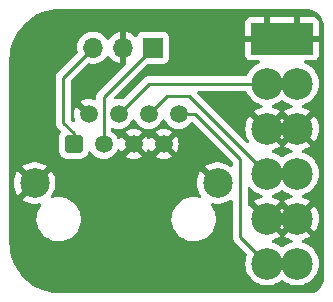
<source format=gbr>
%TF.GenerationSoftware,KiCad,Pcbnew,7.0.5-0*%
%TF.CreationDate,2023-10-13T18:20:27+02:00*%
%TF.ProjectId,rj45-stepper-adapter,726a3435-2d73-4746-9570-7065722d6164,rev?*%
%TF.SameCoordinates,Original*%
%TF.FileFunction,Copper,L1,Top*%
%TF.FilePolarity,Positive*%
%FSLAX46Y46*%
G04 Gerber Fmt 4.6, Leading zero omitted, Abs format (unit mm)*
G04 Created by KiCad (PCBNEW 7.0.5-0) date 2023-10-13 18:20:27*
%MOMM*%
%LPD*%
G01*
G04 APERTURE LIST*
G04 Aperture macros list*
%AMRoundRect*
0 Rectangle with rounded corners*
0 $1 Rounding radius*
0 $2 $3 $4 $5 $6 $7 $8 $9 X,Y pos of 4 corners*
0 Add a 4 corners polygon primitive as box body*
4,1,4,$2,$3,$4,$5,$6,$7,$8,$9,$2,$3,0*
0 Add four circle primitives for the rounded corners*
1,1,$1+$1,$2,$3*
1,1,$1+$1,$4,$5*
1,1,$1+$1,$6,$7*
1,1,$1+$1,$8,$9*
0 Add four rect primitives between the rounded corners*
20,1,$1+$1,$2,$3,$4,$5,0*
20,1,$1+$1,$4,$5,$6,$7,0*
20,1,$1+$1,$6,$7,$8,$9,0*
20,1,$1+$1,$8,$9,$2,$3,0*%
G04 Aperture macros list end*
%TA.AperFunction,ComponentPad*%
%ADD10R,1.700000X1.700000*%
%TD*%
%TA.AperFunction,ComponentPad*%
%ADD11O,1.700000X1.700000*%
%TD*%
%TA.AperFunction,ComponentPad*%
%ADD12RoundRect,0.250500X-0.499500X-0.499500X0.499500X-0.499500X0.499500X0.499500X-0.499500X0.499500X0*%
%TD*%
%TA.AperFunction,ComponentPad*%
%ADD13C,1.500000*%
%TD*%
%TA.AperFunction,ComponentPad*%
%ADD14C,2.500000*%
%TD*%
%TA.AperFunction,ComponentPad*%
%ADD15R,2.670000X2.670000*%
%TD*%
%TA.AperFunction,ComponentPad*%
%ADD16C,2.670000*%
%TD*%
%TA.AperFunction,Conductor*%
%ADD17C,0.250000*%
%TD*%
G04 APERTURE END LIST*
D10*
%TO.P,J2,1,Pin_1*%
%TO.N,/VCC 3.3V*%
X152908000Y-98552000D03*
D11*
%TO.P,J2,2,Pin_2*%
%TO.N,GND*%
X150368000Y-98552000D03*
%TO.P,J2,3,Pin_3*%
%TO.N,/SIG*%
X147828000Y-98552000D03*
%TD*%
D12*
%TO.P,J3,1*%
%TO.N,/SIG*%
X146182000Y-106711500D03*
D13*
%TO.P,J3,2*%
%TO.N,GND*%
X147442000Y-104171500D03*
%TO.P,J3,3*%
%TO.N,/VCC 3.3V*%
X148722000Y-106711500D03*
%TO.P,J3,4*%
%TO.N,/ENA+*%
X149982000Y-104171500D03*
%TO.P,J3,5*%
%TO.N,GND*%
X151262000Y-106711500D03*
%TO.P,J3,6*%
%TO.N,/DIR+*%
X152522000Y-104171500D03*
%TO.P,J3,7*%
%TO.N,GND*%
X153802000Y-106711500D03*
%TO.P,J3,8*%
%TO.N,/PUL+*%
X155062000Y-104171500D03*
D14*
%TO.P,J3,SH*%
%TO.N,GND*%
X142877000Y-110021500D03*
X158367000Y-110021500D03*
%TD*%
D15*
%TO.P,J6,1,Pin_1*%
%TO.N,GND*%
X165100000Y-97790000D03*
X162560000Y-97790000D03*
D16*
%TO.P,J6,2,Pin_2*%
%TO.N,/ENA+*%
X165100000Y-101600000D03*
X162560000Y-101600000D03*
%TO.P,J6,3,Pin_3*%
%TO.N,GND*%
X165100000Y-105410000D03*
X162560000Y-105410000D03*
%TO.P,J6,4,Pin_4*%
%TO.N,/DIR+*%
X165100000Y-109220000D03*
X162560000Y-109220000D03*
%TO.P,J6,5,Pin_5*%
%TO.N,GND*%
X165100000Y-113030000D03*
X162560000Y-113030000D03*
%TO.P,J6,6,Pin_6*%
%TO.N,/PUL+*%
X165100000Y-116840000D03*
X162560000Y-116840000D03*
%TD*%
D17*
%TO.N,/DIR+*%
X155956000Y-102616000D02*
X154077500Y-102616000D01*
X162560000Y-109220000D02*
X155956000Y-102616000D01*
X154077500Y-102616000D02*
X152522000Y-104171500D01*
%TO.N,/VCC 3.3V*%
X148722000Y-102738000D02*
X148722000Y-106711500D01*
X152908000Y-98552000D02*
X148722000Y-102738000D01*
%TO.N,/SIG*%
X145288000Y-104902000D02*
X146182000Y-105796000D01*
X147828000Y-98552000D02*
X145288000Y-101092000D01*
X145288000Y-101092000D02*
X145288000Y-104902000D01*
X146182000Y-105796000D02*
X146182000Y-106711500D01*
%TO.N,/PUL+*%
X162560000Y-116441887D02*
X162560000Y-116840000D01*
X160274000Y-114554000D02*
X162560000Y-116840000D01*
X155062000Y-104171500D02*
X156432500Y-104171500D01*
X156464000Y-104140000D02*
X160274000Y-107950000D01*
X156432500Y-104171500D02*
X156464000Y-104140000D01*
X160274000Y-107950000D02*
X160274000Y-114554000D01*
%TO.N,/ENA+*%
X149982000Y-104171500D02*
X152553500Y-101600000D01*
X152553500Y-101600000D02*
X162560000Y-101600000D01*
%TD*%
%TA.AperFunction,Conductor*%
%TO.N,GND*%
G36*
X164575901Y-113332588D02*
G01*
X164672075Y-113457925D01*
X164797412Y-113554099D01*
X164894779Y-113594429D01*
X163988828Y-114500379D01*
X163988829Y-114500380D01*
X164101050Y-114584388D01*
X164332435Y-114710734D01*
X164332434Y-114710734D01*
X164579447Y-114802864D01*
X164619712Y-114811624D01*
X164682025Y-114845649D01*
X164716050Y-114907961D01*
X164710985Y-114978777D01*
X164668438Y-115035612D01*
X164619713Y-115057864D01*
X164579306Y-115066654D01*
X164579302Y-115066655D01*
X164579299Y-115066656D01*
X164442438Y-115117702D01*
X164332222Y-115158811D01*
X164100790Y-115285183D01*
X164100784Y-115285187D01*
X164100783Y-115285188D01*
X163905507Y-115431368D01*
X163838988Y-115456178D01*
X163769614Y-115441086D01*
X163754494Y-115431370D01*
X163559217Y-115285188D01*
X163559212Y-115285185D01*
X163559209Y-115285183D01*
X163327777Y-115158811D01*
X163204237Y-115112732D01*
X163080701Y-115066656D01*
X163080700Y-115066655D01*
X163080698Y-115066655D01*
X163063644Y-115062945D01*
X163040285Y-115057864D01*
X162977975Y-115023840D01*
X162943950Y-114961527D01*
X162949014Y-114890712D01*
X162991561Y-114833876D01*
X163040287Y-114811623D01*
X163080559Y-114802862D01*
X163327565Y-114710734D01*
X163558945Y-114584391D01*
X163671169Y-114500379D01*
X163671170Y-114500379D01*
X162765220Y-113594429D01*
X162862588Y-113554099D01*
X162987925Y-113457925D01*
X163084099Y-113332589D01*
X163124429Y-113235220D01*
X163829998Y-113940789D01*
X163830000Y-113940789D01*
X164535569Y-113235219D01*
X164575901Y-113332588D01*
G37*
%TD.AperFunction*%
%TA.AperFunction,Conductor*%
G36*
X161116012Y-110372067D02*
G01*
X161134369Y-110391783D01*
X161163216Y-110430320D01*
X161349673Y-110616777D01*
X161349682Y-110616785D01*
X161455830Y-110696245D01*
X161560783Y-110774812D01*
X161792226Y-110901190D01*
X162039299Y-110993344D01*
X162079712Y-111002135D01*
X162142023Y-111036158D01*
X162176049Y-111098470D01*
X162170985Y-111169285D01*
X162128440Y-111226122D01*
X162079715Y-111248375D01*
X162039443Y-111257136D01*
X161792434Y-111349265D01*
X161561055Y-111475608D01*
X161448829Y-111559618D01*
X161448828Y-111559619D01*
X162354779Y-112465570D01*
X162257412Y-112505901D01*
X162132075Y-112602075D01*
X162035901Y-112727411D01*
X161995570Y-112824779D01*
X161089619Y-111918828D01*
X161042488Y-111922199D01*
X160973114Y-111907107D01*
X160922912Y-111856904D01*
X160907500Y-111796520D01*
X160907500Y-110467291D01*
X160927502Y-110399170D01*
X160981158Y-110352677D01*
X161051432Y-110342573D01*
X161116012Y-110372067D01*
G37*
%TD.AperFunction*%
%TA.AperFunction,Conductor*%
G36*
X163890386Y-110618913D02*
G01*
X163905505Y-110628629D01*
X164100783Y-110774812D01*
X164332226Y-110901190D01*
X164579299Y-110993344D01*
X164619712Y-111002135D01*
X164682023Y-111036158D01*
X164716049Y-111098470D01*
X164710985Y-111169285D01*
X164668440Y-111226122D01*
X164619715Y-111248375D01*
X164579443Y-111257136D01*
X164332434Y-111349265D01*
X164101055Y-111475608D01*
X163988829Y-111559618D01*
X163988828Y-111559619D01*
X164894779Y-112465570D01*
X164797412Y-112505901D01*
X164672075Y-112602075D01*
X164575901Y-112727411D01*
X164535570Y-112824778D01*
X163830001Y-112119209D01*
X163829999Y-112119209D01*
X163124429Y-112824778D01*
X163084099Y-112727412D01*
X162987925Y-112602075D01*
X162862588Y-112505901D01*
X162765219Y-112465570D01*
X163671170Y-111559619D01*
X163671169Y-111559618D01*
X163558949Y-111475611D01*
X163327564Y-111349265D01*
X163327565Y-111349265D01*
X163080554Y-111257135D01*
X163040285Y-111248375D01*
X162977973Y-111214349D01*
X162943949Y-111152036D01*
X162949015Y-111081220D01*
X162991563Y-111024385D01*
X163040284Y-111002135D01*
X163080701Y-110993344D01*
X163327774Y-110901190D01*
X163559217Y-110774812D01*
X163754492Y-110628631D01*
X163821011Y-110603821D01*
X163890386Y-110618913D01*
G37*
%TD.AperFunction*%
%TA.AperFunction,Conductor*%
G36*
X164575901Y-105712588D02*
G01*
X164672075Y-105837925D01*
X164797412Y-105934099D01*
X164894779Y-105974429D01*
X163988828Y-106880379D01*
X163988829Y-106880380D01*
X164101050Y-106964388D01*
X164332435Y-107090734D01*
X164332434Y-107090734D01*
X164579447Y-107182864D01*
X164619712Y-107191624D01*
X164682025Y-107225649D01*
X164716050Y-107287961D01*
X164710985Y-107358777D01*
X164668438Y-107415612D01*
X164619713Y-107437864D01*
X164579306Y-107446654D01*
X164579302Y-107446655D01*
X164579299Y-107446656D01*
X164442438Y-107497702D01*
X164332222Y-107538811D01*
X164100790Y-107665183D01*
X164100784Y-107665187D01*
X164100783Y-107665188D01*
X163905507Y-107811368D01*
X163838988Y-107836178D01*
X163769614Y-107821086D01*
X163754494Y-107811370D01*
X163559217Y-107665188D01*
X163559212Y-107665185D01*
X163559209Y-107665183D01*
X163327777Y-107538811D01*
X163204237Y-107492732D01*
X163080701Y-107446656D01*
X163080700Y-107446655D01*
X163080698Y-107446655D01*
X163063644Y-107442945D01*
X163040285Y-107437864D01*
X162977975Y-107403840D01*
X162943950Y-107341527D01*
X162949014Y-107270712D01*
X162991561Y-107213876D01*
X163040287Y-107191623D01*
X163080559Y-107182862D01*
X163327565Y-107090734D01*
X163558945Y-106964391D01*
X163671169Y-106880379D01*
X163671170Y-106880379D01*
X162765220Y-105974429D01*
X162862588Y-105934099D01*
X162987925Y-105837925D01*
X163084099Y-105712589D01*
X163124429Y-105615220D01*
X163829999Y-106320790D01*
X163830001Y-106320790D01*
X164535570Y-105615220D01*
X164575901Y-105712588D01*
G37*
%TD.AperFunction*%
%TA.AperFunction,Conductor*%
G36*
X160809366Y-102253502D02*
G01*
X160855859Y-102307158D01*
X160859294Y-102315451D01*
X160864079Y-102328279D01*
X160878811Y-102367777D01*
X161005186Y-102599214D01*
X161163214Y-102810317D01*
X161163222Y-102810326D01*
X161349673Y-102996777D01*
X161349682Y-102996785D01*
X161454221Y-103075041D01*
X161560783Y-103154812D01*
X161792226Y-103281190D01*
X162039299Y-103373344D01*
X162079712Y-103382135D01*
X162142023Y-103416158D01*
X162176049Y-103478470D01*
X162170985Y-103549285D01*
X162128440Y-103606122D01*
X162079715Y-103628375D01*
X162039443Y-103637136D01*
X161792434Y-103729265D01*
X161561055Y-103855608D01*
X161448829Y-103939618D01*
X161448828Y-103939619D01*
X162354779Y-104845570D01*
X162257412Y-104885901D01*
X162132075Y-104982075D01*
X162035901Y-105107411D01*
X161995570Y-105204779D01*
X161089619Y-104298828D01*
X161089618Y-104298829D01*
X161005608Y-104411055D01*
X160879265Y-104642434D01*
X160787137Y-104889440D01*
X160731098Y-105147047D01*
X160712292Y-105410000D01*
X160731098Y-105672952D01*
X160787137Y-105930559D01*
X160879265Y-106177565D01*
X161005608Y-106408944D01*
X161024044Y-106433572D01*
X161048854Y-106500092D01*
X161033762Y-106569466D01*
X160983560Y-106619668D01*
X160914186Y-106634759D01*
X160847666Y-106609948D01*
X160834080Y-106598175D01*
X156684500Y-102448595D01*
X156650474Y-102386283D01*
X156655539Y-102315468D01*
X156698086Y-102258632D01*
X156764606Y-102233821D01*
X156773595Y-102233500D01*
X160741245Y-102233500D01*
X160809366Y-102253502D01*
G37*
%TD.AperFunction*%
%TA.AperFunction,Conductor*%
G36*
X163890386Y-102998913D02*
G01*
X163905505Y-103008629D01*
X164100783Y-103154812D01*
X164332226Y-103281190D01*
X164579299Y-103373344D01*
X164619712Y-103382135D01*
X164682023Y-103416158D01*
X164716049Y-103478470D01*
X164710985Y-103549285D01*
X164668440Y-103606122D01*
X164619715Y-103628375D01*
X164579443Y-103637136D01*
X164332434Y-103729265D01*
X164101055Y-103855608D01*
X163988829Y-103939618D01*
X163988828Y-103939619D01*
X164894779Y-104845570D01*
X164797412Y-104885901D01*
X164672075Y-104982075D01*
X164575901Y-105107411D01*
X164535570Y-105204779D01*
X163830001Y-104499210D01*
X163829999Y-104499210D01*
X163124429Y-105204778D01*
X163084099Y-105107412D01*
X162987925Y-104982075D01*
X162862588Y-104885901D01*
X162765220Y-104845570D01*
X163671170Y-103939619D01*
X163671169Y-103939618D01*
X163558949Y-103855611D01*
X163327564Y-103729265D01*
X163327565Y-103729265D01*
X163080554Y-103637135D01*
X163040285Y-103628375D01*
X162977973Y-103594349D01*
X162943949Y-103532036D01*
X162949015Y-103461220D01*
X162991563Y-103404385D01*
X163040284Y-103382135D01*
X163080701Y-103373344D01*
X163327774Y-103281190D01*
X163559217Y-103154812D01*
X163754492Y-103008631D01*
X163821011Y-102983821D01*
X163890386Y-102998913D01*
G37*
%TD.AperFunction*%
%TA.AperFunction,Conductor*%
G36*
X150622000Y-99889904D02*
G01*
X150601998Y-99958025D01*
X150585095Y-99978999D01*
X148333336Y-102230757D01*
X148320901Y-102240721D01*
X148321089Y-102240948D01*
X148314979Y-102246002D01*
X148267694Y-102296355D01*
X148266319Y-102297774D01*
X148245863Y-102318231D01*
X148241560Y-102323777D01*
X148237714Y-102328279D01*
X148205417Y-102362674D01*
X148205411Y-102362683D01*
X148195651Y-102380435D01*
X148184803Y-102396950D01*
X148172386Y-102412958D01*
X148153645Y-102456264D01*
X148151034Y-102461594D01*
X148128305Y-102502939D01*
X148128303Y-102502944D01*
X148123267Y-102522559D01*
X148116864Y-102541262D01*
X148108819Y-102559852D01*
X148101437Y-102606456D01*
X148100233Y-102612268D01*
X148088500Y-102657968D01*
X148088500Y-102678223D01*
X148086949Y-102697933D01*
X148083780Y-102717942D01*
X148083780Y-102717943D01*
X148088220Y-102764917D01*
X148088500Y-102770850D01*
X148088500Y-102887137D01*
X148068498Y-102955258D01*
X148014842Y-103001751D01*
X147944568Y-103011855D01*
X147909252Y-103001332D01*
X147873917Y-102984856D01*
X147873903Y-102984850D01*
X147661287Y-102927880D01*
X147441999Y-102908695D01*
X147222712Y-102927880D01*
X147010096Y-102984850D01*
X147010092Y-102984852D01*
X146810598Y-103077878D01*
X146750011Y-103120301D01*
X147358685Y-103728974D01*
X147307862Y-103736635D01*
X147185643Y-103795493D01*
X147086202Y-103887760D01*
X147018375Y-104005240D01*
X146999449Y-104088159D01*
X146390801Y-103479511D01*
X146348378Y-103540098D01*
X146255352Y-103739592D01*
X146255350Y-103739596D01*
X146198380Y-103952212D01*
X146179195Y-104171500D01*
X146198380Y-104390787D01*
X146255350Y-104603403D01*
X146255352Y-104603407D01*
X146276675Y-104649134D01*
X146287336Y-104719325D01*
X146258356Y-104784138D01*
X146198937Y-104822995D01*
X146127942Y-104823558D01*
X146073385Y-104791479D01*
X145958405Y-104676499D01*
X145924379Y-104614187D01*
X145921500Y-104587404D01*
X145921500Y-101406592D01*
X145941502Y-101338471D01*
X145958400Y-101317502D01*
X147370205Y-99905697D01*
X147432515Y-99871673D01*
X147488218Y-99872616D01*
X147488224Y-99872586D01*
X147488430Y-99872620D01*
X147490236Y-99872651D01*
X147493356Y-99873441D01*
X147493365Y-99873444D01*
X147715431Y-99910500D01*
X147715435Y-99910500D01*
X147940565Y-99910500D01*
X147940569Y-99910500D01*
X148162635Y-99873444D01*
X148375574Y-99800342D01*
X148573576Y-99693189D01*
X148751240Y-99554906D01*
X148903722Y-99389268D01*
X148992816Y-99252898D01*
X149046819Y-99206810D01*
X149117167Y-99197235D01*
X149181524Y-99227212D01*
X149203782Y-99252898D01*
X149292674Y-99388958D01*
X149445097Y-99554534D01*
X149622698Y-99692767D01*
X149622699Y-99692768D01*
X149820628Y-99799882D01*
X149820630Y-99799883D01*
X150033483Y-99872955D01*
X150033492Y-99872957D01*
X150114000Y-99886391D01*
X150114000Y-98985674D01*
X150225685Y-99036680D01*
X150332237Y-99052000D01*
X150403763Y-99052000D01*
X150510315Y-99036680D01*
X150622000Y-98985674D01*
X150622000Y-99889904D01*
G37*
%TD.AperFunction*%
%TA.AperFunction,Conductor*%
G36*
X164515444Y-97633369D02*
G01*
X164494823Y-97790000D01*
X164515444Y-97946631D01*
X164555775Y-98044000D01*
X163104225Y-98044000D01*
X163144556Y-97946631D01*
X163165177Y-97790000D01*
X163144556Y-97633369D01*
X163104225Y-97536000D01*
X164555775Y-97536000D01*
X164515444Y-97633369D01*
G37*
%TD.AperFunction*%
%TA.AperFunction,Conductor*%
G36*
X165864244Y-95275661D02*
G01*
X165942672Y-95281269D01*
X166066276Y-95290110D01*
X166084050Y-95292665D01*
X166275382Y-95334287D01*
X166292610Y-95339346D01*
X166476060Y-95407768D01*
X166492407Y-95415234D01*
X166664244Y-95509065D01*
X166679361Y-95518780D01*
X166836097Y-95636110D01*
X166849683Y-95647883D01*
X166988116Y-95786316D01*
X166999889Y-95799902D01*
X167117217Y-95956635D01*
X167126936Y-95971758D01*
X167220763Y-96143588D01*
X167228232Y-96159942D01*
X167296650Y-96343378D01*
X167301714Y-96360626D01*
X167309367Y-96395804D01*
X167343332Y-96551938D01*
X167345890Y-96569732D01*
X167360339Y-96771755D01*
X167360500Y-96776251D01*
X167360500Y-118107518D01*
X167360306Y-118112463D01*
X167345955Y-118294798D01*
X167342862Y-118314325D01*
X167301904Y-118484930D01*
X167295794Y-118503734D01*
X167228653Y-118665827D01*
X167219677Y-118683444D01*
X167128002Y-118833044D01*
X167116380Y-118849040D01*
X167002433Y-118982453D01*
X166988453Y-118996433D01*
X166855040Y-119110380D01*
X166839044Y-119122002D01*
X166689444Y-119213677D01*
X166671827Y-119222653D01*
X166509734Y-119289794D01*
X166490930Y-119295904D01*
X166320325Y-119336862D01*
X166300798Y-119339955D01*
X166118464Y-119354306D01*
X166113519Y-119354500D01*
X145035466Y-119354500D01*
X145032555Y-119354433D01*
X144640848Y-119336322D01*
X144635051Y-119335785D01*
X144280589Y-119286340D01*
X144248133Y-119281813D01*
X144242421Y-119280745D01*
X143862138Y-119191304D01*
X143856538Y-119189710D01*
X143486134Y-119065563D01*
X143480705Y-119063460D01*
X143123330Y-118905663D01*
X143118123Y-118903070D01*
X142776839Y-118712976D01*
X142771891Y-118709913D01*
X142622092Y-118607299D01*
X142449581Y-118489126D01*
X142444955Y-118485632D01*
X142238657Y-118314325D01*
X142144396Y-118236051D01*
X142140104Y-118232139D01*
X141863859Y-117955894D01*
X141859948Y-117951603D01*
X141733663Y-117799524D01*
X141610364Y-117651041D01*
X141606876Y-117646422D01*
X141433255Y-117392967D01*
X141386086Y-117324108D01*
X141383026Y-117319166D01*
X141192924Y-116977867D01*
X141190336Y-116972669D01*
X141131756Y-116839999D01*
X141032537Y-116615288D01*
X141030436Y-116609865D01*
X141019412Y-116576975D01*
X140906288Y-116239459D01*
X140904699Y-116233876D01*
X140815250Y-115853561D01*
X140814188Y-115847883D01*
X140760214Y-115460948D01*
X140759677Y-115455151D01*
X140741567Y-115063444D01*
X140741500Y-115060534D01*
X140741500Y-110021500D01*
X141114070Y-110021500D01*
X141133760Y-110284254D01*
X141192392Y-110541134D01*
X141192393Y-110541136D01*
X141288651Y-110786400D01*
X141288653Y-110786404D01*
X141420397Y-111014592D01*
X141420400Y-111014597D01*
X141466670Y-111072617D01*
X141466672Y-111072617D01*
X142147275Y-110392013D01*
X142235775Y-110532860D01*
X142365640Y-110662725D01*
X142506485Y-110751223D01*
X141825438Y-111432270D01*
X141995532Y-111548239D01*
X141995532Y-111548240D01*
X142232923Y-111662562D01*
X142484704Y-111740228D01*
X142484712Y-111740229D01*
X142745260Y-111779500D01*
X143008740Y-111779500D01*
X143269287Y-111740229D01*
X143269293Y-111740228D01*
X143276828Y-111737904D01*
X143347818Y-111736934D01*
X143408063Y-111774499D01*
X143438435Y-111838671D01*
X143429292Y-111909076D01*
X143416449Y-111931618D01*
X143301807Y-112091858D01*
X143301803Y-112091864D01*
X143176270Y-112336024D01*
X143087631Y-112595848D01*
X143087628Y-112595861D01*
X143037764Y-112865817D01*
X143037763Y-112865828D01*
X143027738Y-113140180D01*
X143057762Y-113413066D01*
X143127204Y-113678684D01*
X143181724Y-113806979D01*
X143234577Y-113931352D01*
X143377595Y-114165696D01*
X143553209Y-114376718D01*
X143553211Y-114376720D01*
X143553213Y-114376722D01*
X143757666Y-114559914D01*
X143757672Y-114559919D01*
X143757677Y-114559923D01*
X143986641Y-114711404D01*
X144235221Y-114827933D01*
X144498119Y-114907027D01*
X144498122Y-114907027D01*
X144498124Y-114907028D01*
X144769727Y-114947000D01*
X144769731Y-114947000D01*
X144975547Y-114947000D01*
X145180805Y-114931977D01*
X145448775Y-114872284D01*
X145705198Y-114774211D01*
X145944609Y-114639847D01*
X146161904Y-114472057D01*
X146352454Y-114274416D01*
X146512196Y-114051137D01*
X146637727Y-113806979D01*
X146637727Y-113806978D01*
X146637729Y-113806975D01*
X146723998Y-113554099D01*
X146726370Y-113547146D01*
X146755542Y-113389210D01*
X146776235Y-113277182D01*
X146776236Y-113277171D01*
X146786262Y-113002820D01*
X146760320Y-112767047D01*
X146756237Y-112729933D01*
X146721184Y-112595854D01*
X146686796Y-112464318D01*
X146678775Y-112445444D01*
X146632277Y-112336024D01*
X146579423Y-112211648D01*
X146436405Y-111977304D01*
X146260791Y-111766282D01*
X146260787Y-111766279D01*
X146260786Y-111766277D01*
X146056333Y-111583085D01*
X146056320Y-111583075D01*
X145827359Y-111431596D01*
X145792498Y-111415254D01*
X145578779Y-111315067D01*
X145357104Y-111248375D01*
X145315875Y-111235971D01*
X145044272Y-111196000D01*
X145044269Y-111196000D01*
X144838453Y-111196000D01*
X144633196Y-111211022D01*
X144426949Y-111256966D01*
X144356109Y-111252253D01*
X144299062Y-111209990D01*
X144273920Y-111143594D01*
X144288666Y-111074146D01*
X144301043Y-111055419D01*
X144333602Y-111014591D01*
X144333603Y-111014590D01*
X144465346Y-110786404D01*
X144465348Y-110786400D01*
X144561606Y-110541136D01*
X144561607Y-110541134D01*
X144620239Y-110284254D01*
X144639929Y-110021500D01*
X144620239Y-109758745D01*
X144561607Y-109501865D01*
X144561606Y-109501863D01*
X144465348Y-109256599D01*
X144465346Y-109256595D01*
X144333605Y-109028413D01*
X144333600Y-109028405D01*
X144287327Y-108970381D01*
X143606723Y-109650985D01*
X143518225Y-109510140D01*
X143388360Y-109380275D01*
X143247514Y-109291776D01*
X143928560Y-108610729D01*
X143928560Y-108610728D01*
X143758467Y-108494759D01*
X143521076Y-108380437D01*
X143269295Y-108302771D01*
X143269287Y-108302770D01*
X143008740Y-108263500D01*
X142745260Y-108263500D01*
X142484712Y-108302770D01*
X142484704Y-108302771D01*
X142232923Y-108380437D01*
X141995532Y-108494759D01*
X141995525Y-108494763D01*
X141825438Y-108610727D01*
X141825438Y-108610729D01*
X142506485Y-109291776D01*
X142365640Y-109380275D01*
X142235775Y-109510140D01*
X142147276Y-109650985D01*
X141466671Y-108970380D01*
X141466670Y-108970381D01*
X141420400Y-109028404D01*
X141420397Y-109028407D01*
X141288653Y-109256595D01*
X141288651Y-109256599D01*
X141192393Y-109501863D01*
X141192392Y-109501865D01*
X141133760Y-109758745D01*
X141114070Y-110021500D01*
X140741500Y-110021500D01*
X140741500Y-101071943D01*
X144649780Y-101071943D01*
X144654220Y-101118917D01*
X144654500Y-101124850D01*
X144654500Y-104818146D01*
X144652751Y-104833988D01*
X144653044Y-104834016D01*
X144652298Y-104841908D01*
X144654469Y-104910974D01*
X144654500Y-104912953D01*
X144654500Y-104941851D01*
X144654501Y-104941872D01*
X144655378Y-104948820D01*
X144655844Y-104954732D01*
X144657326Y-105001888D01*
X144657327Y-105001893D01*
X144662977Y-105021339D01*
X144666986Y-105040697D01*
X144669525Y-105060793D01*
X144669526Y-105060799D01*
X144686893Y-105104662D01*
X144688816Y-105110279D01*
X144701982Y-105155593D01*
X144712294Y-105173031D01*
X144720988Y-105190779D01*
X144728444Y-105209609D01*
X144728450Y-105209620D01*
X144756177Y-105247783D01*
X144759437Y-105252746D01*
X144783460Y-105293365D01*
X144797779Y-105307684D01*
X144810617Y-105322714D01*
X144822526Y-105339104D01*
X144822530Y-105339109D01*
X144858880Y-105369180D01*
X144863273Y-105373177D01*
X145067966Y-105577871D01*
X145101992Y-105640183D01*
X145096927Y-105710998D01*
X145086112Y-105733113D01*
X144989929Y-105889049D01*
X144934120Y-106057471D01*
X144934119Y-106057477D01*
X144923500Y-106161415D01*
X144923500Y-107261584D01*
X144934119Y-107365522D01*
X144934120Y-107365528D01*
X144989929Y-107533951D01*
X145070876Y-107665186D01*
X145083075Y-107684963D01*
X145083080Y-107684969D01*
X145208530Y-107810419D01*
X145208536Y-107810424D01*
X145208537Y-107810425D01*
X145359549Y-107903571D01*
X145527972Y-107959380D01*
X145631915Y-107969999D01*
X145631915Y-107970000D01*
X145631924Y-107970000D01*
X146732085Y-107970000D01*
X146732084Y-107969999D01*
X146836028Y-107959380D01*
X147004451Y-107903571D01*
X147155463Y-107810425D01*
X147280925Y-107684963D01*
X147374071Y-107533951D01*
X147419621Y-107396486D01*
X147460033Y-107338118D01*
X147525589Y-107310862D01*
X147595474Y-107323375D01*
X147642435Y-107363849D01*
X147728182Y-107486308D01*
X147754251Y-107523538D01*
X147754254Y-107523542D01*
X147909957Y-107679245D01*
X147909961Y-107679248D01*
X147909962Y-107679249D01*
X148090346Y-107805556D01*
X148289924Y-107898620D01*
X148502629Y-107955615D01*
X148722000Y-107974807D01*
X148941371Y-107955615D01*
X149154076Y-107898620D01*
X149353654Y-107805556D01*
X149534038Y-107679249D01*
X149689749Y-107523538D01*
X149816056Y-107343154D01*
X149878081Y-107210139D01*
X149924996Y-107156856D01*
X149993273Y-107137394D01*
X150061234Y-107157935D01*
X150106470Y-107210140D01*
X150168378Y-107342902D01*
X150210801Y-107403486D01*
X150817155Y-106797132D01*
X150818327Y-106812765D01*
X150867887Y-106939041D01*
X150952465Y-107045099D01*
X151064547Y-107121516D01*
X151176622Y-107156086D01*
X150570012Y-107762696D01*
X150570012Y-107762697D01*
X150630600Y-107805122D01*
X150830092Y-107898147D01*
X150830096Y-107898149D01*
X151042712Y-107955119D01*
X151261999Y-107974304D01*
X151481287Y-107955119D01*
X151693903Y-107898149D01*
X151693912Y-107898145D01*
X151893405Y-107805119D01*
X151893412Y-107805115D01*
X151953986Y-107762698D01*
X151953986Y-107762697D01*
X151345315Y-107154025D01*
X151396138Y-107146365D01*
X151518357Y-107087507D01*
X151617798Y-106995240D01*
X151685625Y-106877760D01*
X151704550Y-106794840D01*
X152313196Y-107403486D01*
X152313198Y-107403486D01*
X152355615Y-107342912D01*
X152355616Y-107342910D01*
X152417804Y-107209549D01*
X152464721Y-107156264D01*
X152532999Y-107136803D01*
X152600959Y-107157345D01*
X152646193Y-107209548D01*
X152708375Y-107342897D01*
X152708378Y-107342901D01*
X152750801Y-107403486D01*
X153357155Y-106797132D01*
X153358327Y-106812765D01*
X153407887Y-106939041D01*
X153492465Y-107045099D01*
X153604547Y-107121516D01*
X153716622Y-107156086D01*
X153110012Y-107762696D01*
X153110012Y-107762697D01*
X153170600Y-107805122D01*
X153370092Y-107898147D01*
X153370096Y-107898149D01*
X153582712Y-107955119D01*
X153802000Y-107974304D01*
X154021287Y-107955119D01*
X154233903Y-107898149D01*
X154233912Y-107898145D01*
X154433405Y-107805119D01*
X154433412Y-107805115D01*
X154493986Y-107762698D01*
X154493986Y-107762697D01*
X153885315Y-107154025D01*
X153936138Y-107146365D01*
X154058357Y-107087507D01*
X154157798Y-106995240D01*
X154225625Y-106877760D01*
X154244550Y-106794839D01*
X154853197Y-107403486D01*
X154853198Y-107403486D01*
X154895615Y-107342912D01*
X154895619Y-107342905D01*
X154988645Y-107143412D01*
X154988649Y-107143403D01*
X155045619Y-106930787D01*
X155064804Y-106711499D01*
X155045619Y-106492212D01*
X154988649Y-106279596D01*
X154988647Y-106279592D01*
X154895621Y-106080098D01*
X154853198Y-106019512D01*
X154853196Y-106019512D01*
X154246844Y-106625864D01*
X154245673Y-106610235D01*
X154196113Y-106483959D01*
X154111535Y-106377901D01*
X153999453Y-106301484D01*
X153887375Y-106266913D01*
X154493986Y-105660301D01*
X154493986Y-105660300D01*
X154433401Y-105617878D01*
X154433402Y-105617878D01*
X154233907Y-105524852D01*
X154233903Y-105524850D01*
X154021287Y-105467880D01*
X153802000Y-105448695D01*
X153582712Y-105467880D01*
X153370096Y-105524850D01*
X153370092Y-105524852D01*
X153170598Y-105617878D01*
X153110011Y-105660301D01*
X153718684Y-106268974D01*
X153667862Y-106276635D01*
X153545643Y-106335493D01*
X153446202Y-106427760D01*
X153378375Y-106545240D01*
X153359449Y-106628159D01*
X152750801Y-106019511D01*
X152708377Y-106080100D01*
X152646194Y-106213451D01*
X152599277Y-106266735D01*
X152531000Y-106286196D01*
X152463040Y-106265654D01*
X152417806Y-106213451D01*
X152355624Y-106080103D01*
X152355621Y-106080098D01*
X152313198Y-106019512D01*
X152313197Y-106019512D01*
X151706844Y-106625864D01*
X151705673Y-106610235D01*
X151656113Y-106483959D01*
X151571535Y-106377901D01*
X151459453Y-106301484D01*
X151347375Y-106266913D01*
X151953986Y-105660301D01*
X151953986Y-105660300D01*
X151893401Y-105617878D01*
X151893402Y-105617878D01*
X151693907Y-105524852D01*
X151693903Y-105524850D01*
X151481287Y-105467880D01*
X151261999Y-105448695D01*
X151042712Y-105467880D01*
X150830096Y-105524850D01*
X150830092Y-105524852D01*
X150630598Y-105617878D01*
X150570011Y-105660301D01*
X151178684Y-106268974D01*
X151127862Y-106276635D01*
X151005643Y-106335493D01*
X150906202Y-106427760D01*
X150838375Y-106545240D01*
X150819449Y-106628158D01*
X150210801Y-106019511D01*
X150168377Y-106080100D01*
X150106469Y-106212860D01*
X150059552Y-106266145D01*
X149991274Y-106285605D01*
X149923315Y-106265063D01*
X149878080Y-106212859D01*
X149816056Y-106079847D01*
X149689749Y-105899462D01*
X149534038Y-105743751D01*
X149409226Y-105656356D01*
X149364900Y-105600900D01*
X149355500Y-105553145D01*
X149355500Y-105465739D01*
X149375502Y-105397618D01*
X149429158Y-105351125D01*
X149499432Y-105341021D01*
X149534751Y-105351545D01*
X149542121Y-105354981D01*
X149549924Y-105358620D01*
X149762629Y-105415615D01*
X149982000Y-105434807D01*
X150201371Y-105415615D01*
X150414076Y-105358620D01*
X150613654Y-105265556D01*
X150794038Y-105139249D01*
X150949749Y-104983538D01*
X151076056Y-104803154D01*
X151137804Y-104670732D01*
X151184722Y-104617446D01*
X151252999Y-104597985D01*
X151320959Y-104618526D01*
X151366195Y-104670732D01*
X151427944Y-104803154D01*
X151525065Y-104941856D01*
X151554251Y-104983538D01*
X151554254Y-104983542D01*
X151709957Y-105139245D01*
X151709961Y-105139248D01*
X151709962Y-105139249D01*
X151890346Y-105265556D01*
X152089924Y-105358620D01*
X152302629Y-105415615D01*
X152522000Y-105434807D01*
X152741371Y-105415615D01*
X152954076Y-105358620D01*
X153153654Y-105265556D01*
X153334038Y-105139249D01*
X153489749Y-104983538D01*
X153616056Y-104803154D01*
X153677804Y-104670732D01*
X153724722Y-104617446D01*
X153792999Y-104597985D01*
X153860959Y-104618526D01*
X153906195Y-104670732D01*
X153967944Y-104803154D01*
X154065065Y-104941856D01*
X154094251Y-104983538D01*
X154094254Y-104983542D01*
X154249957Y-105139245D01*
X154249961Y-105139248D01*
X154249962Y-105139249D01*
X154430346Y-105265556D01*
X154629924Y-105358620D01*
X154842629Y-105415615D01*
X155062000Y-105434807D01*
X155281371Y-105415615D01*
X155494076Y-105358620D01*
X155693654Y-105265556D01*
X155874038Y-105139249D01*
X156029749Y-104983538D01*
X156100895Y-104881930D01*
X156156352Y-104837603D01*
X156226971Y-104830294D01*
X156290332Y-104862325D01*
X156293203Y-104865107D01*
X159603596Y-108175500D01*
X159637621Y-108237810D01*
X159640500Y-108264593D01*
X159640500Y-108523639D01*
X159620498Y-108591760D01*
X159566842Y-108638253D01*
X159496568Y-108648357D01*
X159443522Y-108627745D01*
X159248474Y-108494763D01*
X159248467Y-108494759D01*
X159011076Y-108380437D01*
X158759295Y-108302771D01*
X158759287Y-108302770D01*
X158498740Y-108263500D01*
X158235260Y-108263500D01*
X157974712Y-108302770D01*
X157974704Y-108302771D01*
X157722923Y-108380437D01*
X157485532Y-108494759D01*
X157485525Y-108494763D01*
X157315438Y-108610727D01*
X157315438Y-108610729D01*
X157996485Y-109291776D01*
X157855640Y-109380275D01*
X157725775Y-109510140D01*
X157637276Y-109650985D01*
X156956671Y-108970380D01*
X156956670Y-108970381D01*
X156910400Y-109028404D01*
X156910397Y-109028407D01*
X156778653Y-109256595D01*
X156778651Y-109256599D01*
X156682393Y-109501863D01*
X156682392Y-109501865D01*
X156623760Y-109758745D01*
X156604070Y-110021500D01*
X156623760Y-110284254D01*
X156682392Y-110541134D01*
X156682393Y-110541136D01*
X156778651Y-110786400D01*
X156778653Y-110786404D01*
X156910396Y-111014590D01*
X156943028Y-111055509D01*
X156969862Y-111121239D01*
X156956900Y-111191043D01*
X156908257Y-111242757D01*
X156839377Y-111259964D01*
X156808217Y-111254727D01*
X156745875Y-111235971D01*
X156474272Y-111196000D01*
X156474269Y-111196000D01*
X156268453Y-111196000D01*
X156063191Y-111211023D01*
X155795231Y-111270714D01*
X155795219Y-111270718D01*
X155538801Y-111368789D01*
X155299397Y-111503149D01*
X155299393Y-111503151D01*
X155082094Y-111670944D01*
X155082093Y-111670945D01*
X154891548Y-111868581D01*
X154731807Y-112091858D01*
X154731803Y-112091864D01*
X154606270Y-112336024D01*
X154517631Y-112595848D01*
X154517628Y-112595861D01*
X154467764Y-112865817D01*
X154467763Y-112865828D01*
X154457738Y-113140180D01*
X154487762Y-113413066D01*
X154557204Y-113678684D01*
X154611724Y-113806979D01*
X154664577Y-113931352D01*
X154807595Y-114165696D01*
X154983209Y-114376718D01*
X154983211Y-114376720D01*
X154983213Y-114376722D01*
X155187666Y-114559914D01*
X155187672Y-114559919D01*
X155187677Y-114559923D01*
X155416641Y-114711404D01*
X155665221Y-114827933D01*
X155928119Y-114907027D01*
X155928122Y-114907027D01*
X155928124Y-114907028D01*
X156199727Y-114947000D01*
X156199731Y-114947000D01*
X156405547Y-114947000D01*
X156610805Y-114931977D01*
X156878775Y-114872284D01*
X157135198Y-114774211D01*
X157374609Y-114639847D01*
X157591904Y-114472057D01*
X157782454Y-114274416D01*
X157942196Y-114051137D01*
X158067727Y-113806979D01*
X158067727Y-113806978D01*
X158067729Y-113806975D01*
X158153998Y-113554099D01*
X158156370Y-113547146D01*
X158185542Y-113389210D01*
X158206235Y-113277182D01*
X158206236Y-113277171D01*
X158216262Y-113002820D01*
X158190320Y-112767047D01*
X158186237Y-112729933D01*
X158151184Y-112595854D01*
X158116796Y-112464318D01*
X158108775Y-112445444D01*
X158062277Y-112336024D01*
X158009423Y-112211648D01*
X157866405Y-111977304D01*
X157834884Y-111939427D01*
X157806685Y-111874277D01*
X157818186Y-111804218D01*
X157865738Y-111751499D01*
X157934244Y-111732857D01*
X157968873Y-111738430D01*
X157974696Y-111740226D01*
X157974712Y-111740229D01*
X158235260Y-111779500D01*
X158498740Y-111779500D01*
X158759287Y-111740229D01*
X158759295Y-111740228D01*
X159011076Y-111662562D01*
X159248467Y-111548240D01*
X159248467Y-111548239D01*
X159443521Y-111415254D01*
X159511073Y-111393407D01*
X159579712Y-111411548D01*
X159627648Y-111463920D01*
X159640500Y-111519360D01*
X159640500Y-114470146D01*
X159638751Y-114485988D01*
X159639044Y-114486016D01*
X159638298Y-114493908D01*
X159640469Y-114562974D01*
X159640500Y-114564953D01*
X159640500Y-114593851D01*
X159640501Y-114593872D01*
X159641378Y-114600820D01*
X159641844Y-114606732D01*
X159643326Y-114653888D01*
X159643327Y-114653893D01*
X159648977Y-114673339D01*
X159652986Y-114692697D01*
X159655525Y-114712793D01*
X159655526Y-114712799D01*
X159672893Y-114756662D01*
X159674816Y-114762279D01*
X159687982Y-114807593D01*
X159698294Y-114825031D01*
X159706988Y-114842779D01*
X159714444Y-114861609D01*
X159714450Y-114861620D01*
X159742177Y-114899783D01*
X159745437Y-114904746D01*
X159769460Y-114945365D01*
X159783779Y-114959684D01*
X159796617Y-114974714D01*
X159806156Y-114987843D01*
X159808528Y-114991107D01*
X159809355Y-114991791D01*
X159844886Y-115021185D01*
X159849267Y-115025171D01*
X160453769Y-115629673D01*
X160826308Y-116002212D01*
X160860334Y-116064524D01*
X160855269Y-116135339D01*
X160786656Y-116319298D01*
X160730602Y-116576975D01*
X160711791Y-116840000D01*
X160730602Y-117103024D01*
X160786655Y-117360698D01*
X160878811Y-117607777D01*
X161005186Y-117839214D01*
X161163214Y-118050317D01*
X161163222Y-118050326D01*
X161349673Y-118236777D01*
X161349682Y-118236785D01*
X161352525Y-118238913D01*
X161560783Y-118394812D01*
X161560785Y-118394813D01*
X161730507Y-118487489D01*
X161792226Y-118521190D01*
X162039299Y-118613344D01*
X162296972Y-118669397D01*
X162560000Y-118688209D01*
X162823028Y-118669397D01*
X163080701Y-118613344D01*
X163327774Y-118521190D01*
X163559217Y-118394812D01*
X163754492Y-118248631D01*
X163821011Y-118223821D01*
X163890386Y-118238913D01*
X163905505Y-118248629D01*
X164100783Y-118394812D01*
X164100785Y-118394813D01*
X164270507Y-118487489D01*
X164332226Y-118521190D01*
X164579299Y-118613344D01*
X164836972Y-118669397D01*
X165100000Y-118688209D01*
X165363028Y-118669397D01*
X165620701Y-118613344D01*
X165867774Y-118521190D01*
X166099217Y-118394812D01*
X166310320Y-118236783D01*
X166496783Y-118050320D01*
X166654812Y-117839217D01*
X166781190Y-117607774D01*
X166873344Y-117360701D01*
X166929397Y-117103028D01*
X166948209Y-116840000D01*
X166929397Y-116576972D01*
X166873344Y-116319299D01*
X166781190Y-116072226D01*
X166776984Y-116064524D01*
X166654813Y-115840785D01*
X166496785Y-115629682D01*
X166496777Y-115629673D01*
X166310326Y-115443222D01*
X166310317Y-115443214D01*
X166099214Y-115285186D01*
X165867777Y-115158811D01*
X165744237Y-115112732D01*
X165620701Y-115066656D01*
X165620700Y-115066655D01*
X165620698Y-115066655D01*
X165603644Y-115062945D01*
X165580285Y-115057864D01*
X165517975Y-115023840D01*
X165483950Y-114961527D01*
X165489014Y-114890712D01*
X165531561Y-114833876D01*
X165580287Y-114811623D01*
X165620559Y-114802862D01*
X165867565Y-114710734D01*
X166098945Y-114584391D01*
X166211169Y-114500379D01*
X166211170Y-114500379D01*
X165305220Y-113594429D01*
X165402588Y-113554099D01*
X165527925Y-113457925D01*
X165624099Y-113332589D01*
X165664429Y-113235220D01*
X166570379Y-114141170D01*
X166570379Y-114141169D01*
X166654391Y-114028945D01*
X166780734Y-113797565D01*
X166872862Y-113550559D01*
X166928901Y-113292952D01*
X166947707Y-113029999D01*
X166928901Y-112767047D01*
X166872862Y-112509440D01*
X166780734Y-112262434D01*
X166654388Y-112031050D01*
X166570380Y-111918829D01*
X166570379Y-111918828D01*
X165664429Y-112824778D01*
X165624099Y-112727412D01*
X165527925Y-112602075D01*
X165402588Y-112505901D01*
X165305219Y-112465570D01*
X166211170Y-111559619D01*
X166211169Y-111559618D01*
X166098949Y-111475611D01*
X165867564Y-111349265D01*
X165867565Y-111349265D01*
X165620554Y-111257135D01*
X165580285Y-111248375D01*
X165517973Y-111214349D01*
X165483949Y-111152036D01*
X165489015Y-111081220D01*
X165531563Y-111024385D01*
X165580284Y-111002135D01*
X165620701Y-110993344D01*
X165867774Y-110901190D01*
X166099217Y-110774812D01*
X166310320Y-110616783D01*
X166496783Y-110430320D01*
X166654812Y-110219217D01*
X166781190Y-109987774D01*
X166873344Y-109740701D01*
X166929397Y-109483028D01*
X166948209Y-109220000D01*
X166929397Y-108956972D01*
X166873344Y-108699299D01*
X166781190Y-108452226D01*
X166654812Y-108220783D01*
X166576245Y-108115829D01*
X166496785Y-108009682D01*
X166496777Y-108009673D01*
X166310326Y-107823222D01*
X166310317Y-107823214D01*
X166099214Y-107665186D01*
X165867777Y-107538811D01*
X165744237Y-107492732D01*
X165620701Y-107446656D01*
X165620700Y-107446655D01*
X165620698Y-107446655D01*
X165603644Y-107442945D01*
X165580285Y-107437864D01*
X165517975Y-107403840D01*
X165483950Y-107341527D01*
X165489014Y-107270712D01*
X165531561Y-107213876D01*
X165580287Y-107191623D01*
X165620559Y-107182862D01*
X165867565Y-107090734D01*
X166098945Y-106964391D01*
X166211169Y-106880379D01*
X166211170Y-106880379D01*
X165305220Y-105974429D01*
X165402588Y-105934099D01*
X165527925Y-105837925D01*
X165624099Y-105712589D01*
X165664429Y-105615220D01*
X166570379Y-106521170D01*
X166570379Y-106521169D01*
X166654391Y-106408945D01*
X166780734Y-106177565D01*
X166872862Y-105930559D01*
X166928901Y-105672952D01*
X166947707Y-105410000D01*
X166928901Y-105147047D01*
X166872862Y-104889440D01*
X166780734Y-104642434D01*
X166654388Y-104411050D01*
X166570380Y-104298829D01*
X166570379Y-104298828D01*
X165664429Y-105204777D01*
X165624099Y-105107412D01*
X165527925Y-104982075D01*
X165402588Y-104885901D01*
X165305220Y-104845570D01*
X166211170Y-103939619D01*
X166211169Y-103939618D01*
X166098949Y-103855611D01*
X165867564Y-103729265D01*
X165867565Y-103729265D01*
X165620554Y-103637135D01*
X165580285Y-103628375D01*
X165517973Y-103594349D01*
X165483949Y-103532036D01*
X165489015Y-103461220D01*
X165531563Y-103404385D01*
X165580284Y-103382135D01*
X165620701Y-103373344D01*
X165867774Y-103281190D01*
X166099217Y-103154812D01*
X166310320Y-102996783D01*
X166496783Y-102810320D01*
X166654812Y-102599217D01*
X166781190Y-102367774D01*
X166873344Y-102120701D01*
X166929397Y-101863028D01*
X166948209Y-101600000D01*
X166929397Y-101336972D01*
X166873344Y-101079299D01*
X166781190Y-100832226D01*
X166718098Y-100716683D01*
X166654813Y-100600785D01*
X166654225Y-100600000D01*
X166576245Y-100495830D01*
X166496785Y-100389682D01*
X166496777Y-100389673D01*
X166310326Y-100203222D01*
X166310317Y-100203214D01*
X166099214Y-100045186D01*
X165867777Y-99918811D01*
X165828040Y-99903990D01*
X165755824Y-99877054D01*
X165698991Y-99834509D01*
X165674180Y-99767989D01*
X165689271Y-99698615D01*
X165739474Y-99648412D01*
X165799859Y-99633000D01*
X166483585Y-99633000D01*
X166483597Y-99632999D01*
X166544093Y-99626494D01*
X166680964Y-99575444D01*
X166680965Y-99575444D01*
X166797904Y-99487904D01*
X166885444Y-99370965D01*
X166885444Y-99370964D01*
X166936494Y-99234093D01*
X166942999Y-99173597D01*
X166943000Y-99173585D01*
X166943000Y-98044000D01*
X165644225Y-98044000D01*
X165684556Y-97946631D01*
X165705177Y-97790000D01*
X165684556Y-97633369D01*
X165644225Y-97536000D01*
X166943000Y-97536000D01*
X166943000Y-96406414D01*
X166942999Y-96406402D01*
X166936494Y-96345906D01*
X166885444Y-96209035D01*
X166885444Y-96209034D01*
X166797904Y-96092095D01*
X166680965Y-96004555D01*
X166544093Y-95953505D01*
X166483597Y-95947000D01*
X165354000Y-95947000D01*
X165354000Y-97245775D01*
X165256631Y-97205444D01*
X165139323Y-97190000D01*
X165060677Y-97190000D01*
X164943369Y-97205444D01*
X164846000Y-97245775D01*
X164846000Y-95947000D01*
X162814000Y-95947000D01*
X162814000Y-97245775D01*
X162716631Y-97205444D01*
X162599323Y-97190000D01*
X162520677Y-97190000D01*
X162403369Y-97205444D01*
X162306000Y-97245775D01*
X162306000Y-95947000D01*
X161176402Y-95947000D01*
X161115906Y-95953505D01*
X160979035Y-96004555D01*
X160979034Y-96004555D01*
X160862095Y-96092095D01*
X160774555Y-96209034D01*
X160774555Y-96209035D01*
X160723505Y-96345906D01*
X160717000Y-96406402D01*
X160717000Y-97536000D01*
X162015775Y-97536000D01*
X161975444Y-97633369D01*
X161954823Y-97790000D01*
X161975444Y-97946631D01*
X162015775Y-98044000D01*
X160717000Y-98044000D01*
X160717000Y-99173597D01*
X160723505Y-99234093D01*
X160774555Y-99370964D01*
X160774555Y-99370965D01*
X160862095Y-99487904D01*
X160979034Y-99575444D01*
X161115906Y-99626494D01*
X161176402Y-99632999D01*
X161176415Y-99633000D01*
X161860141Y-99633000D01*
X161928262Y-99653002D01*
X161974755Y-99706658D01*
X161984859Y-99776932D01*
X161955365Y-99841512D01*
X161904176Y-99877054D01*
X161869726Y-99889904D01*
X161792222Y-99918811D01*
X161560785Y-100045186D01*
X161349682Y-100203214D01*
X161349673Y-100203222D01*
X161163222Y-100389673D01*
X161163214Y-100389682D01*
X161005186Y-100600785D01*
X160878811Y-100832222D01*
X160878810Y-100832226D01*
X160859299Y-100884534D01*
X160816754Y-100941368D01*
X160750234Y-100966179D01*
X160741245Y-100966500D01*
X152637353Y-100966500D01*
X152621511Y-100964750D01*
X152621484Y-100965044D01*
X152613591Y-100964298D01*
X152544524Y-100966469D01*
X152542545Y-100966500D01*
X152513644Y-100966500D01*
X152513640Y-100966500D01*
X152513630Y-100966501D01*
X152506679Y-100967379D01*
X152500767Y-100967844D01*
X152453612Y-100969326D01*
X152453610Y-100969327D01*
X152434155Y-100974978D01*
X152414802Y-100978986D01*
X152394710Y-100981524D01*
X152394702Y-100981526D01*
X152350836Y-100998893D01*
X152345221Y-101000816D01*
X152299907Y-101013982D01*
X152299902Y-101013984D01*
X152282463Y-101024297D01*
X152264718Y-101032990D01*
X152245880Y-101040449D01*
X152230075Y-101051933D01*
X152207712Y-101068180D01*
X152202761Y-101071433D01*
X152162140Y-101095455D01*
X152147807Y-101109787D01*
X152132781Y-101122620D01*
X152116395Y-101134526D01*
X152116394Y-101134526D01*
X152086318Y-101170880D01*
X152082323Y-101175271D01*
X150354421Y-102903172D01*
X150292109Y-102937198D01*
X150232716Y-102935784D01*
X150201371Y-102927385D01*
X149982000Y-102908193D01*
X149981999Y-102908193D01*
X149762624Y-102927385D01*
X149760433Y-102927973D01*
X149759430Y-102927949D01*
X149757214Y-102928340D01*
X149757135Y-102927894D01*
X149689456Y-102926280D01*
X149630663Y-102886483D01*
X149602718Y-102821217D01*
X149614495Y-102751204D01*
X149638730Y-102717173D01*
X152408499Y-99947405D01*
X152470812Y-99913379D01*
X152497595Y-99910500D01*
X153806632Y-99910500D01*
X153806638Y-99910500D01*
X153806645Y-99910499D01*
X153806649Y-99910499D01*
X153867196Y-99903990D01*
X153867199Y-99903989D01*
X153867201Y-99903989D01*
X154004204Y-99852889D01*
X154007782Y-99850211D01*
X154121261Y-99765261D01*
X154208887Y-99648207D01*
X154208887Y-99648206D01*
X154208889Y-99648204D01*
X154259989Y-99511201D01*
X154266500Y-99450638D01*
X154266500Y-97653362D01*
X154266499Y-97653350D01*
X154259990Y-97592803D01*
X154259988Y-97592795D01*
X154208889Y-97455797D01*
X154208887Y-97455792D01*
X154121261Y-97338738D01*
X154004207Y-97251112D01*
X154004202Y-97251110D01*
X153867204Y-97200011D01*
X153867196Y-97200009D01*
X153806649Y-97193500D01*
X153806638Y-97193500D01*
X152009362Y-97193500D01*
X152009350Y-97193500D01*
X151948803Y-97200009D01*
X151948795Y-97200011D01*
X151811797Y-97251110D01*
X151811792Y-97251112D01*
X151694738Y-97338738D01*
X151607112Y-97455792D01*
X151607111Y-97455795D01*
X151562804Y-97574584D01*
X151520257Y-97631419D01*
X151453736Y-97656229D01*
X151384362Y-97641137D01*
X151352047Y-97615887D01*
X151290902Y-97549465D01*
X151113301Y-97411232D01*
X151113300Y-97411231D01*
X150915371Y-97304117D01*
X150915369Y-97304116D01*
X150702512Y-97231043D01*
X150702501Y-97231040D01*
X150622000Y-97217606D01*
X150622000Y-98118325D01*
X150510315Y-98067320D01*
X150403763Y-98052000D01*
X150332237Y-98052000D01*
X150225685Y-98067320D01*
X150114000Y-98118325D01*
X150114000Y-97217607D01*
X150113999Y-97217606D01*
X150033498Y-97231040D01*
X150033487Y-97231043D01*
X149820630Y-97304116D01*
X149820628Y-97304117D01*
X149622699Y-97411231D01*
X149622698Y-97411232D01*
X149445097Y-97549465D01*
X149292670Y-97715045D01*
X149203780Y-97851101D01*
X149149776Y-97897189D01*
X149079428Y-97906764D01*
X149015071Y-97876786D01*
X148992816Y-97851101D01*
X148952897Y-97790000D01*
X148903724Y-97714734D01*
X148903720Y-97714729D01*
X148774705Y-97574584D01*
X148751240Y-97549094D01*
X148751239Y-97549093D01*
X148751237Y-97549091D01*
X148631372Y-97455796D01*
X148573576Y-97410811D01*
X148375574Y-97303658D01*
X148375572Y-97303657D01*
X148375571Y-97303656D01*
X148162639Y-97230557D01*
X148162630Y-97230555D01*
X148085029Y-97217606D01*
X147940569Y-97193500D01*
X147715431Y-97193500D01*
X147570971Y-97217606D01*
X147493369Y-97230555D01*
X147493360Y-97230557D01*
X147280428Y-97303656D01*
X147280426Y-97303658D01*
X147082426Y-97410810D01*
X147082424Y-97410811D01*
X146904762Y-97549091D01*
X146752279Y-97714729D01*
X146752275Y-97714734D01*
X146629141Y-97903206D01*
X146538703Y-98109386D01*
X146538702Y-98109387D01*
X146483437Y-98327624D01*
X146483436Y-98327630D01*
X146483436Y-98327632D01*
X146470801Y-98480111D01*
X146464844Y-98552000D01*
X146483436Y-98776369D01*
X146511182Y-98885935D01*
X146508514Y-98956882D01*
X146478132Y-99005961D01*
X144899336Y-100584757D01*
X144886901Y-100594721D01*
X144887089Y-100594948D01*
X144880979Y-100600002D01*
X144833694Y-100650355D01*
X144832319Y-100651774D01*
X144811863Y-100672231D01*
X144807560Y-100677777D01*
X144803714Y-100682279D01*
X144771417Y-100716674D01*
X144771411Y-100716683D01*
X144761651Y-100734435D01*
X144750803Y-100750950D01*
X144738386Y-100766958D01*
X144719645Y-100810264D01*
X144717034Y-100815594D01*
X144694305Y-100856939D01*
X144694303Y-100856944D01*
X144689267Y-100876559D01*
X144682864Y-100895262D01*
X144674819Y-100913852D01*
X144667437Y-100960456D01*
X144666233Y-100966268D01*
X144654500Y-101011968D01*
X144654500Y-101032223D01*
X144652949Y-101051933D01*
X144649780Y-101071942D01*
X144649780Y-101071943D01*
X140741500Y-101071943D01*
X140741500Y-99569465D01*
X140741567Y-99566555D01*
X140759677Y-99174848D01*
X140760214Y-99169051D01*
X140789810Y-98956882D01*
X140814189Y-98782112D01*
X140815249Y-98776442D01*
X140904700Y-98396118D01*
X140906289Y-98390538D01*
X141030440Y-98020122D01*
X141032533Y-98014718D01*
X141190341Y-97657319D01*
X141192919Y-97652140D01*
X141383031Y-97310823D01*
X141386086Y-97305891D01*
X141606883Y-96983566D01*
X141610356Y-96978968D01*
X141859948Y-96678394D01*
X141863849Y-96674115D01*
X142140115Y-96397849D01*
X142144396Y-96393948D01*
X142205295Y-96343378D01*
X142444968Y-96144356D01*
X142449566Y-96140883D01*
X142771896Y-95920082D01*
X142776823Y-95917031D01*
X143118140Y-95726919D01*
X143123319Y-95724341D01*
X143480718Y-95566533D01*
X143486122Y-95564440D01*
X143856545Y-95440286D01*
X143862118Y-95438700D01*
X144242442Y-95349249D01*
X144248112Y-95348189D01*
X144557458Y-95305037D01*
X144635051Y-95294214D01*
X144640848Y-95293677D01*
X145032556Y-95275567D01*
X145035466Y-95275500D01*
X145042285Y-95275500D01*
X165853715Y-95275500D01*
X165859748Y-95275500D01*
X165864244Y-95275661D01*
G37*
%TD.AperFunction*%
%TD*%
M02*

</source>
